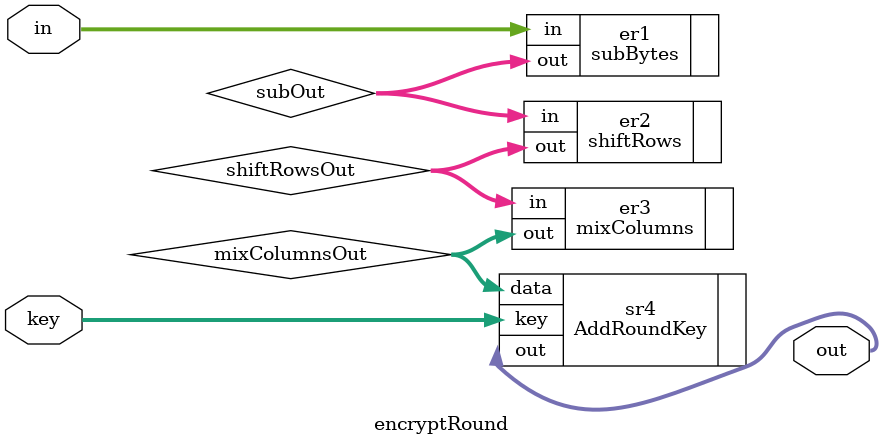
<source format=v>
module encryptRound(
  input [127:0] in,
  input [127:0] key,
  output [127:0] out
);

  wire [127:0] subOut;
  wire [127:0] shiftRowsOut;
  wire [127:0] mixColumnsOut;

  subBytes er1(.in(in), .out(subOut));
  shiftRows er2(.in(subOut), .out(shiftRowsOut));
  mixColumns er3(.in(shiftRowsOut), .out(mixColumnsOut));
  AddRoundKey sr4(.data(mixColumnsOut), .key(key), .out(out));

endmodule

</source>
